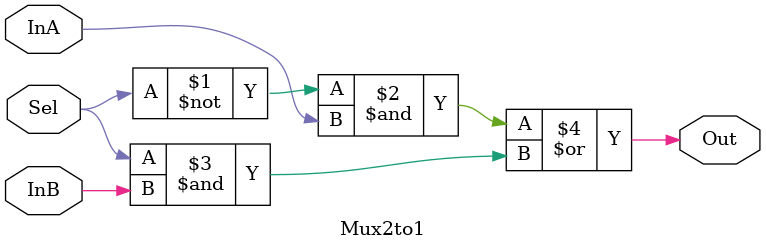
<source format=v>
/* ***************************************************************\
| Name of program : Lab6
| Author : Charles Heckel
| Date Created : 6/07/2018
| Date last updated : 6/07/2018
| Function : Chooses between two input bits
| Method : Uses boolean logic to select exactly one output
| Inputs :	InA	- one of two bits to be chosen from
|				InB	- one of two bits to be chosen from
|				Sel	- chooses which of the two inputs becomes output
| Output :	Out	- single bit chosen from input values
| Additional Comments : (Extras)
\*****************************************************************/

module Mux2to1(InA, InB, Sel, Out);
	//variables
	input InA, InB, Sel;
	output wire Out;
	
	
	// implementation
	// use boolean arithmetic to select either A or B based on value of Sel
	// x----AND
	//      GATE --+
	//   +--HERE   |
	//   |         |
	//  NOT        +--OR
	//  GATE          GATE --- m
	//   |         +--HERE
	// s-+--AND    |
	//      GATE---+
	// y----HERE
	//
	//  s | m
	// ---+---
	//  0 | x
	//  1 | y
	//
	assign Out=(~Sel & InA) | (Sel & InB); 
	
endmodule

</source>
